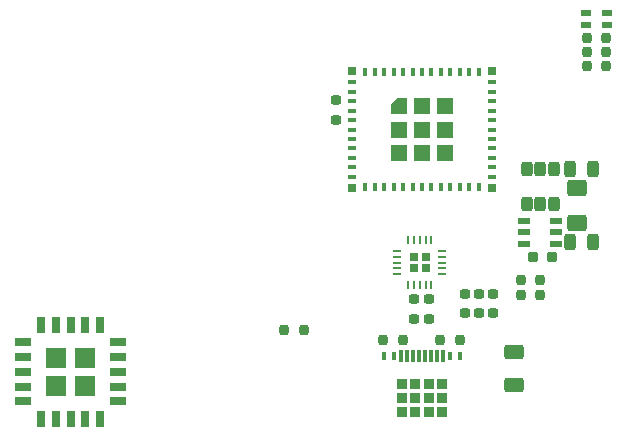
<source format=gbr>
%TF.GenerationSoftware,KiCad,Pcbnew,(6.0.5-0)*%
%TF.CreationDate,2022-05-20T15:49:58+01:00*%
%TF.ProjectId,EnvMon2,456e764d-6f6e-4322-9e6b-696361645f70,4*%
%TF.SameCoordinates,Original*%
%TF.FileFunction,Paste,Top*%
%TF.FilePolarity,Positive*%
%FSLAX46Y46*%
G04 Gerber Fmt 4.6, Leading zero omitted, Abs format (unit mm)*
G04 Created by KiCad (PCBNEW (6.0.5-0)) date 2022-05-20 15:49:58*
%MOMM*%
%LPD*%
G01*
G04 APERTURE LIST*
G04 Aperture macros list*
%AMRoundRect*
0 Rectangle with rounded corners*
0 $1 Rounding radius*
0 $2 $3 $4 $5 $6 $7 $8 $9 X,Y pos of 4 corners*
0 Add a 4 corners polygon primitive as box body*
4,1,4,$2,$3,$4,$5,$6,$7,$8,$9,$2,$3,0*
0 Add four circle primitives for the rounded corners*
1,1,$1+$1,$2,$3*
1,1,$1+$1,$4,$5*
1,1,$1+$1,$6,$7*
1,1,$1+$1,$8,$9*
0 Add four rect primitives between the rounded corners*
20,1,$1+$1,$2,$3,$4,$5,0*
20,1,$1+$1,$4,$5,$6,$7,0*
20,1,$1+$1,$6,$7,$8,$9,0*
20,1,$1+$1,$8,$9,$2,$3,0*%
%AMFreePoly0*
4,1,6,0.696000,-0.696000,-0.696000,-0.696000,-0.696000,0.118488,-0.118488,0.696000,0.696000,0.696000,0.696000,-0.696000,0.696000,-0.696000,$1*%
G04 Aperture macros list end*
%ADD10RoundRect,0.184000X-0.200000X-0.272000X0.200000X-0.272000X0.200000X0.272000X-0.200000X0.272000X0*%
%ADD11R,1.440000X0.768000*%
%ADD12R,0.768000X1.440000*%
%ADD13R,1.704000X1.704000*%
%ADD14RoundRect,0.232500X-0.232500X-0.232500X0.232500X-0.232500X0.232500X0.232500X-0.232500X0.232500X0*%
%ADD15R,0.420000X0.798000*%
%ADD16RoundRect,0.069000X-0.075000X-0.478200X0.075000X-0.478200X0.075000X0.478200X-0.075000X0.478200X0*%
%ADD17RoundRect,0.184000X0.272000X-0.200000X0.272000X0.200000X-0.272000X0.200000X-0.272000X-0.200000X0*%
%ADD18RoundRect,0.207000X0.225000X0.249000X-0.225000X0.249000X-0.225000X-0.249000X0.225000X-0.249000X0*%
%ADD19RoundRect,0.250000X0.250000X-0.350000X0.250000X0.350000X-0.250000X0.350000X-0.250000X-0.350000X0*%
%ADD20RoundRect,0.220875X0.619125X-0.463125X0.619125X0.463125X-0.619125X0.463125X-0.619125X-0.463125X0*%
%ADD21R,1.056000X0.576000*%
%ADD22RoundRect,0.230000X-0.250000X-0.466000X0.250000X-0.466000X0.250000X0.466000X-0.250000X0.466000X0*%
%ADD23RoundRect,0.184000X0.200000X0.272000X-0.200000X0.272000X-0.200000X-0.272000X0.200000X-0.272000X0*%
%ADD24R,0.816000X0.480000*%
%ADD25RoundRect,0.184000X-0.272000X0.200000X-0.272000X-0.200000X0.272000X-0.200000X0.272000X0.200000X0*%
%ADD26R,0.768000X0.384000*%
%ADD27R,0.384000X0.768000*%
%ADD28FreePoly0,0.000000*%
%ADD29R,1.392000X1.392000*%
%ADD30R,0.672000X0.672000*%
%ADD31RoundRect,0.186000X-0.189000X-0.189000X0.189000X-0.189000X0.189000X0.189000X-0.189000X0.189000X0*%
%ADD32RoundRect,0.048500X-0.287500X-0.071500X0.287500X-0.071500X0.287500X0.071500X-0.287500X0.071500X0*%
%ADD33RoundRect,0.057500X-0.062500X-0.278500X0.062500X-0.278500X0.062500X0.278500X-0.062500X0.278500X0*%
%ADD34RoundRect,0.225000X0.615000X-0.375000X0.615000X0.375000X-0.615000X0.375000X-0.615000X-0.375000X0*%
G04 APERTURE END LIST*
D10*
%TO.C,R1*%
X130600000Y-86750000D03*
X132250000Y-86750000D03*
%TD*%
D11*
%TO.C,U2*%
X96500000Y-97000000D03*
X96500000Y-95750000D03*
X96500000Y-94500000D03*
X96500000Y-93250000D03*
X96500000Y-92000000D03*
D12*
X95000000Y-90500000D03*
X93750000Y-90500000D03*
X92500000Y-90500000D03*
X91250000Y-90500000D03*
X90000000Y-90500000D03*
D11*
X88500000Y-92000000D03*
X88500000Y-93250000D03*
X88500000Y-94500000D03*
X88500000Y-95750000D03*
X88500000Y-97000000D03*
D12*
X90000000Y-98500000D03*
X91250000Y-98500000D03*
X92500000Y-98500000D03*
X93750000Y-98500000D03*
X95000000Y-98500000D03*
D13*
X91300000Y-93300000D03*
X93700000Y-93300000D03*
X91300000Y-95700000D03*
X93700000Y-95700000D03*
%TD*%
D14*
%TO.C,J1*%
X122815000Y-97865000D03*
X120515000Y-95565000D03*
X121665000Y-95565000D03*
X122815000Y-96715000D03*
X121665000Y-97865000D03*
X120515000Y-96715000D03*
X120515000Y-97865000D03*
X121665000Y-96715000D03*
X123965000Y-96715000D03*
X123965000Y-95565000D03*
X122815000Y-95565000D03*
X123965000Y-97865000D03*
D15*
X119050000Y-93140000D03*
X119850000Y-93140000D03*
D16*
X121000000Y-93140000D03*
X122000000Y-93140000D03*
X122500000Y-93140000D03*
X123500000Y-93140000D03*
D15*
X125450000Y-93140000D03*
X124650000Y-93140000D03*
D16*
X124000000Y-93140000D03*
X123000000Y-93140000D03*
X121500000Y-93140000D03*
X120500000Y-93140000D03*
%TD*%
D10*
%TO.C,R2*%
X130600000Y-88000000D03*
X132250000Y-88000000D03*
%TD*%
D17*
%TO.C,R10*%
X127050000Y-89550000D03*
X127050000Y-87900000D03*
%TD*%
D18*
%TO.C,U1*%
X133225000Y-84800000D03*
D19*
X131100000Y-80300000D03*
D20*
X135370000Y-81902500D03*
D19*
X132250000Y-80300000D03*
X133400000Y-80300000D03*
D21*
X133550000Y-81750000D03*
D19*
X133400000Y-77300000D03*
D18*
X131675000Y-84800000D03*
D19*
X131100000Y-77300000D03*
X132250000Y-77300000D03*
D21*
X130850000Y-81750000D03*
X133550000Y-83650000D03*
D22*
X134800000Y-83550000D03*
D21*
X133550000Y-82700000D03*
D22*
X136700000Y-77300000D03*
X136700000Y-83550000D03*
D20*
X135370000Y-78937500D03*
D21*
X130850000Y-82700000D03*
D22*
X134800000Y-77300000D03*
D21*
X130850000Y-83650000D03*
%TD*%
D23*
%TO.C,R7*%
X137825000Y-68600000D03*
X136175000Y-68600000D03*
%TD*%
D10*
%TO.C,R4*%
X123775000Y-91800000D03*
X125425000Y-91800000D03*
%TD*%
D17*
%TO.C,R6*%
X121600000Y-90025000D03*
X121600000Y-88375000D03*
%TD*%
D23*
%TO.C,R8*%
X137825000Y-66200000D03*
X136175000Y-66200000D03*
%TD*%
D17*
%TO.C,R5*%
X122800000Y-90025000D03*
X122800000Y-88375000D03*
%TD*%
D24*
%TO.C,D3*%
X136125000Y-64100000D03*
X137875000Y-64100000D03*
X137875000Y-65100000D03*
X136125000Y-65100000D03*
%TD*%
D23*
%TO.C,R3*%
X120625000Y-91800000D03*
X118975000Y-91800000D03*
%TD*%
D25*
%TO.C,R11*%
X125850000Y-87900000D03*
X125850000Y-89550000D03*
%TD*%
%TO.C,R12*%
X115000000Y-71500000D03*
X115000000Y-73150000D03*
%TD*%
D26*
%TO.C,U4*%
X116350000Y-69993250D03*
X116350000Y-70793250D03*
X116350000Y-71593250D03*
X116350000Y-72393250D03*
X116350000Y-73193250D03*
X116350000Y-73993250D03*
X116350000Y-74793250D03*
X116350000Y-75593250D03*
X116350000Y-76393250D03*
X116350000Y-77193250D03*
X116350000Y-77993250D03*
D27*
X117450000Y-78893250D03*
X118250000Y-78893250D03*
X119050000Y-78893250D03*
X119850000Y-78893250D03*
X120650000Y-78893250D03*
X121450000Y-78893250D03*
X122250000Y-78893250D03*
X123050000Y-78893250D03*
X123850000Y-78893250D03*
X124650000Y-78893250D03*
X125450000Y-78893250D03*
X126250000Y-78893250D03*
X127050000Y-78893250D03*
D26*
X128150000Y-77993250D03*
X128150000Y-77193250D03*
X128150000Y-76393250D03*
X128150000Y-75593250D03*
X128150000Y-74793250D03*
X128150000Y-73993250D03*
X128150000Y-73193250D03*
X128150000Y-72393250D03*
X128150000Y-71593250D03*
X128150000Y-70793250D03*
X128150000Y-69993250D03*
D27*
X127050000Y-69093250D03*
X126250000Y-69093250D03*
X125450000Y-69093250D03*
X124650000Y-69093250D03*
X123850000Y-69093250D03*
X123050000Y-69093250D03*
X122250000Y-69093250D03*
X121450000Y-69093250D03*
X120650000Y-69093250D03*
X119850000Y-69093250D03*
X119050000Y-69093250D03*
X118250000Y-69093250D03*
X117450000Y-69093250D03*
D28*
X120275000Y-72018250D03*
D29*
X120275000Y-75968250D03*
X124225000Y-75968250D03*
X120275000Y-73993250D03*
X122250000Y-72018250D03*
X122250000Y-75968250D03*
X124225000Y-72018250D03*
X124225000Y-73993250D03*
X122250000Y-73993250D03*
D30*
X128200000Y-69043250D03*
X128200000Y-78943250D03*
X116300000Y-78943250D03*
X116300000Y-69043250D03*
%TD*%
D25*
%TO.C,C4*%
X128250000Y-87950000D03*
X128250000Y-89500000D03*
%TD*%
D10*
%TO.C,R13*%
X110575000Y-91000000D03*
X112225000Y-91000000D03*
%TD*%
D23*
%TO.C,R9*%
X137825000Y-67400000D03*
X136175000Y-67400000D03*
%TD*%
D31*
%TO.C,U3*%
X122550000Y-85750000D03*
X121550000Y-85750000D03*
X121550000Y-84750000D03*
X122550000Y-84750000D03*
D32*
X120150000Y-84250000D03*
X120150000Y-84750000D03*
X120150000Y-85250000D03*
X120150000Y-85750000D03*
X120150000Y-86250000D03*
D33*
X121050000Y-87150000D03*
X121550000Y-87150000D03*
X122050000Y-87150000D03*
X122550000Y-87150000D03*
X123050000Y-87150000D03*
D32*
X123950000Y-86250000D03*
X123950000Y-85750000D03*
X123950000Y-85250000D03*
X123950000Y-84750000D03*
X123950000Y-84250000D03*
D33*
X123050000Y-83350000D03*
X122550000Y-83350000D03*
X122050000Y-83350000D03*
X121550000Y-83350000D03*
X121050000Y-83350000D03*
%TD*%
D34*
%TO.C,D2*%
X130000000Y-95650000D03*
X130000000Y-92850000D03*
%TD*%
M02*

</source>
